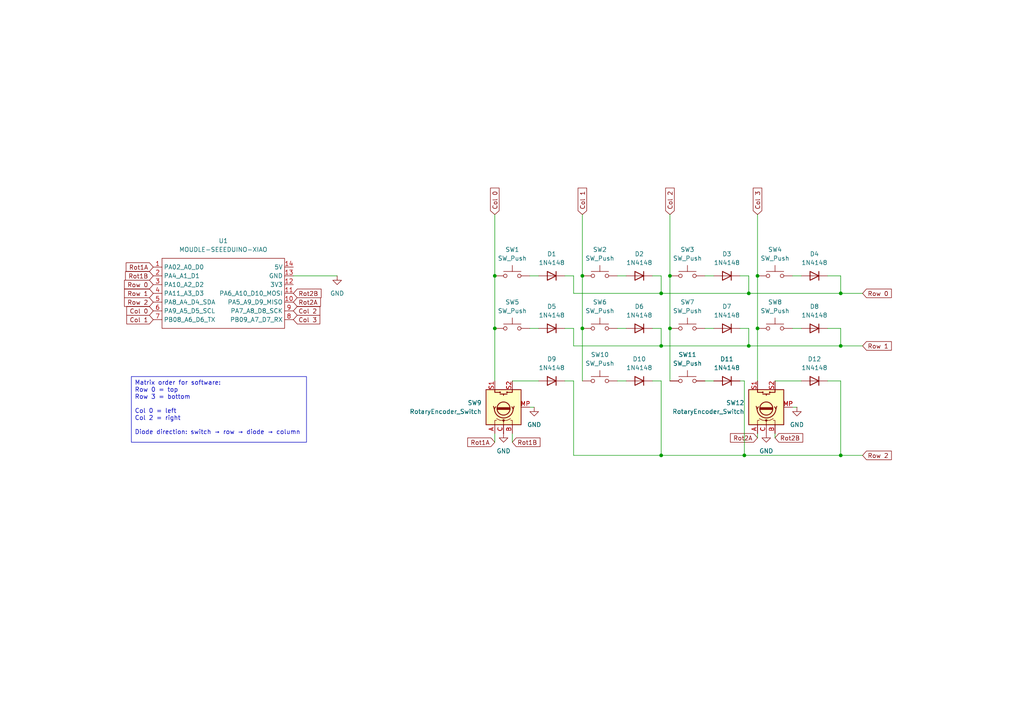
<source format=kicad_sch>
(kicad_sch (version 20250114) (generator "eeschema") (generator_version "9.0")
  (paper "A4")
  (title_block (title "Pivot-12") (date "2026-02-10"))
  (lib_symbols
    (symbol "Device:RotaryEncoder_Switch_MP" (pin_names (offset 0.254) (hide yes))
      (property "Reference" "SW" (at 0 8.89 0))
      (property "Value" "RotaryEncoder_Switch_MP" (at 0 6.35 0))
      (symbol "RotaryEncoder_Switch_MP_0_1"
        (rectangle (start -5.08 5.08) (end 5.08 -5.08) (stroke (width 0.254)) (fill (type background)))
        (polyline (pts (xy -5.08 2.54) (xy -3.81 2.54) (xy -3.81 2.032)))
        (polyline (pts (xy -5.08 0) (xy -3.81 0) (xy -3.81 -1.016) (xy -3.302 -2.032)))
        (polyline (pts (xy -5.08 -2.54) (xy -3.81 -2.54) (xy -3.81 -2.032)))
        (polyline (pts (xy -4.318 0) (xy -3.81 0) (xy -3.81 1.016) (xy -3.302 2.032)))
        (circle (center -3.81 0) (radius 0.254) (fill (type outline)))
        (polyline (pts (xy -0.635 -1.778) (xy -0.635 1.778)) (stroke (width 0.254)))
        (circle (center -0.381 0) (radius 1.905) (stroke (width 0.254)))
        (polyline (pts (xy -0.381 -1.778) (xy -0.381 1.778)) (stroke (width 0.254)))
        (arc (start -0.381 -2.794) (mid -3.0988 -0.0635) (end -0.381 2.667) (stroke (width 0.254)))
        (polyline (pts (xy -0.127 1.778) (xy -0.127 -1.778)) (stroke (width 0.254)))
        (polyline (pts (xy 0.254 2.921) (xy -0.508 2.667) (xy 0.127 2.286)) (stroke (width 0.254)))
        (polyline (pts (xy 0.254 -3.048) (xy -0.508 -2.794) (xy 0.127 -2.413)) (stroke (width 0.254)))
        (polyline (pts (xy 3.81 1.016) (xy 3.81 -1.016)) (stroke (width 0.254)))
        (polyline (pts (xy 3.81 0) (xy 3.429 0)) (stroke (width 0.254)))
        (circle (center 4.318 1.016) (radius 0.127) (stroke (width 0.254)))
        (circle (center 4.318 -1.016) (radius 0.127) (stroke (width 0.254)))
        (polyline (pts (xy 5.08 2.54) (xy 4.318 2.54) (xy 4.318 1.016)) (stroke (width 0.254)))
        (polyline (pts (xy 5.08 -2.54) (xy 4.318 -2.54) (xy 4.318 -1.016)) (stroke (width 0.254)))
      )
      (symbol "RotaryEncoder_Switch_MP_1_1"
        (pin passive line (at -7.62 2.54 0) (length 2.54) (name "A") (number "A"))
        (pin passive line (at -7.62 0 0) (length 2.54) (name "C") (number "C"))
        (pin passive line (at -7.62 -2.54 0) (length 2.54) (name "B") (number "B"))
        (pin passive line (at 0 -7.62 90) (length 2.54) (name "MP") (number "MP"))
        (pin passive line (at 7.62 2.54 180) (length 2.54) (name "S1") (number "S1"))
        (pin passive line (at 7.62 -2.54 180) (length 2.54) (name "S2") (number "S2"))
      )
    )
    (symbol "Diode:1N4148" (pin_numbers (hide yes)) (pin_names (hide yes))
      (property "Reference" "D" (at 0 2.54 0))
      (property "Value" "1N4148" (at 0 -2.54 0))
      (symbol "1N4148_0_1"
        (polyline (pts (xy -1.27 1.27) (xy -1.27 -1.27)) (stroke (width 0.254)))
        (polyline (pts (xy 1.27 1.27) (xy 1.27 -1.27) (xy -1.27 0) (xy 1.27 1.27)) (stroke (width 0.254)))
        (polyline (pts (xy 1.27 0) (xy -1.27 0)))
      )
      (symbol "1N4148_1_1"
        (pin passive line (at -3.81 0 0) (length 2.54) (name "K") (number "1"))
        (pin passive line (at 3.81 0 180) (length 2.54) (name "A") (number "2"))
      )
    )
    (symbol "Switch:SW_Push" (pin_numbers (hide yes)) (pin_names (offset 1.016) (hide yes))
      (property "Reference" "SW" (at 1.27 2.54 0))
      (property "Value" "SW_Push" (at 0 -1.524 0))
      (symbol "SW_Push_0_1"
        (circle (center -2.032 0) (radius 0.508))
        (polyline (pts (xy 0 1.27) (xy 0 3.048)))
        (circle (center 2.032 0) (radius 0.508))
        (polyline (pts (xy 2.54 1.27) (xy -2.54 1.27)))
        (pin passive line (at -5.08 0 0) (length 2.54) (name "1") (number "1"))
        (pin passive line (at 5.08 0 180) (length 2.54) (name "2") (number "2"))
      )
    )
    (symbol "XIAO_RP2040:MOUDLE-SEEEDUINO-XIAO"
      (property "Reference" "U" (at -16.51 11.43 0))
      (property "Value" "MOUDLE-SEEEDUINO-XIAO" (at -3.81 -11.43 0))
      (symbol "MOUDLE-SEEEDUINO-XIAO_0_1"
        (rectangle (start -16.51 10.16) (end 19.05 -10.16))
      )
      (symbol "MOUDLE-SEEEDUINO-XIAO_1_1"
        (pin passive line (at -19.05 7.62 0) (length 2.54) (name "PA02_A0_D0") (number "1"))
        (pin passive line (at -19.05 5.08 0) (length 2.54) (name "PA4_A1_D1") (number "2"))
        (pin passive line (at -19.05 2.54 0) (length 2.54) (name "PA10_A2_D2") (number "3"))
        (pin passive line (at -19.05 0 0) (length 2.54) (name "PA11_A3_D3") (number "4"))
        (pin passive line (at -19.05 -2.54 0) (length 2.54) (name "PA8_A4_D4_SDA") (number "5"))
        (pin passive line (at -19.05 -5.08 0) (length 2.54) (name "PA9_A5_D5_SCL") (number "6"))
        (pin passive line (at -19.05 -7.62 0) (length 2.54) (name "PB08_A6_D6_TX") (number "7"))
        (pin passive line (at 21.59 7.62 180) (length 2.54) (name "5V") (number "14"))
        (pin passive line (at 21.59 5.08 180) (length 2.54) (name "GND") (number "13"))
        (pin passive line (at 21.59 2.54 180) (length 2.54) (name "3V3") (number "12"))
        (pin passive line (at 21.59 0 180) (length 2.54) (name "PA6_A10_D10_MOSI") (number "11"))
        (pin passive line (at 21.59 -2.54 180) (length 2.54) (name "PA5_A9_D9_MISO") (number "10"))
        (pin passive line (at 21.59 -5.08 180) (length 2.54) (name "PA7_A8_D8_SCK") (number "9"))
        (pin passive line (at 21.59 -7.62 180) (length 2.54) (name "PB09_A7_D7_RX") (number "8"))
      )
    )
    (symbol "power:GND" (power) (pin_numbers (hide yes)) (pin_names (offset 0) (hide yes))
      (property "Value" "GND" (at 0 -3.81 0))
      (symbol "GND_0_1"
        (polyline (pts (xy 0 0) (xy 0 -1.27) (xy 1.27 -1.27) (xy 0 -2.54) (xy -1.27 -1.27) (xy 0 -1.27)))
      )
      (symbol "GND_1_1"
        (pin power_in line (at 0 0 270) (length 0) (name "~") (number "1"))
      )
    )
  )
  (text_box "Matrix order for software:\nRow 0 = top\nRow 3 = bottom\n\nCol 0 = left\nCol 2 = right\n\nDiode direction: switch → row → diode → column\n" (at 38.1 109.22 0) (size 50.8 19.05) (margins 0.9525 0.9525 0.9525 0.9525) (effects (font (size 1.27 1.27)) (justify left top)))
  (junction (at 191.77 100.33))
  (junction (at 143.51 95.25))
  (junction (at 219.71 80.01))
  (junction (at 243.84 100.33))
  (junction (at 143.51 80.01))
  (junction (at 217.17 85.09))
  (junction (at 191.77 132.08))
  (junction (at 194.31 80.01))
  (junction (at 217.17 100.33))
  (junction (at 243.84 132.08))
  (junction (at 194.31 95.25))
  (junction (at 168.91 80.01))
  (junction (at 243.84 85.09))
  (junction (at 215.9 132.08))
  (junction (at 191.77 85.09))
  (junction (at 168.91 95.25))
  (junction (at 219.71 95.25))
  (wire (pts (xy 243.84 80.01) (xy 243.84 85.09)))
  (wire (pts (xy 143.51 62.23) (xy 143.51 80.01)))
  (wire (pts (xy 189.23 80.01) (xy 191.77 80.01)))
  (wire (pts (xy 148.59 110.49) (xy 156.21 110.49)))
  (wire (pts (xy 250.19 132.08) (xy 243.84 132.08)))
  (wire (pts (xy 191.77 132.08) (xy 166.37 132.08)))
  (wire (pts (xy 148.59 128.27) (xy 148.59 125.73)))
  (wire (pts (xy 204.47 80.01) (xy 207.01 80.01)))
  (wire (pts (xy 166.37 132.08) (xy 166.37 110.49)))
  (wire (pts (xy 217.17 100.33) (xy 191.77 100.33)))
  (wire (pts (xy 168.91 95.25) (xy 168.91 110.49)))
  (wire (pts (xy 217.17 85.09) (xy 243.84 85.09)))
  (wire (pts (xy 163.83 95.25) (xy 166.37 95.25)))
  (wire (pts (xy 219.71 127) (xy 219.71 125.73)))
  (wire (pts (xy 85.09 80.01) (xy 97.79 80.01)))
  (wire (pts (xy 215.9 110.49) (xy 215.9 132.08)))
  (wire (pts (xy 189.23 110.49) (xy 191.77 110.49)))
  (wire (pts (xy 240.03 110.49) (xy 243.84 110.49)))
  (wire (pts (xy 214.63 80.01) (xy 217.17 80.01)))
  (wire (pts (xy 191.77 100.33) (xy 166.37 100.33)))
  (wire (pts (xy 224.79 127) (xy 224.79 125.73)))
  (wire (pts (xy 179.07 110.49) (xy 181.61 110.49)))
  (wire (pts (xy 219.71 80.01) (xy 219.71 95.25)))
  (wire (pts (xy 191.77 95.25) (xy 191.77 100.33)))
  (wire (pts (xy 143.51 128.27) (xy 143.51 125.73)))
  (wire (pts (xy 240.03 80.01) (xy 243.84 80.01)))
  (wire (pts (xy 154.94 118.11) (xy 153.67 118.11)))
  (wire (pts (xy 243.84 110.49) (xy 243.84 132.08)))
  (wire (pts (xy 243.84 132.08) (xy 215.9 132.08)))
  (wire (pts (xy 163.83 80.01) (xy 166.37 80.01)))
  (wire (pts (xy 163.83 110.49) (xy 166.37 110.49)))
  (wire (pts (xy 219.71 62.23) (xy 219.71 80.01)))
  (wire (pts (xy 143.51 95.25) (xy 143.51 110.49)))
  (wire (pts (xy 231.14 118.11) (xy 229.87 118.11)))
  (wire (pts (xy 219.71 95.25) (xy 219.71 110.49)))
  (wire (pts (xy 214.63 95.25) (xy 217.17 95.25)))
  (wire (pts (xy 191.77 110.49) (xy 191.77 132.08)))
  (wire (pts (xy 204.47 110.49) (xy 207.01 110.49)))
  (wire (pts (xy 143.51 80.01) (xy 143.51 95.25)))
  (wire (pts (xy 243.84 85.09) (xy 250.19 85.09)))
  (wire (pts (xy 153.67 95.25) (xy 156.21 95.25)))
  (wire (pts (xy 204.47 95.25) (xy 207.01 95.25)))
  (wire (pts (xy 194.31 95.25) (xy 194.31 110.49)))
  (wire (pts (xy 191.77 85.09) (xy 217.17 85.09)))
  (wire (pts (xy 194.31 80.01) (xy 194.31 95.25)))
  (wire (pts (xy 229.87 95.25) (xy 232.41 95.25)))
  (wire (pts (xy 168.91 62.23) (xy 168.91 80.01)))
  (wire (pts (xy 153.67 80.01) (xy 156.21 80.01)))
  (wire (pts (xy 179.07 95.25) (xy 181.61 95.25)))
  (wire (pts (xy 217.17 80.01) (xy 217.17 85.09)))
  (wire (pts (xy 166.37 80.01) (xy 166.37 85.09)))
  (wire (pts (xy 240.03 95.25) (xy 243.84 95.25)))
  (wire (pts (xy 168.91 80.01) (xy 168.91 95.25)))
  (wire (pts (xy 243.84 95.25) (xy 243.84 100.33)))
  (wire (pts (xy 243.84 100.33) (xy 217.17 100.33)))
  (wire (pts (xy 191.77 80.01) (xy 191.77 85.09)))
  (wire (pts (xy 217.17 95.25) (xy 217.17 100.33)))
  (wire (pts (xy 224.79 110.49) (xy 232.41 110.49)))
  (wire (pts (xy 214.63 110.49) (xy 215.9 110.49)))
  (wire (pts (xy 179.07 80.01) (xy 181.61 80.01)))
  (wire (pts (xy 215.9 132.08) (xy 191.77 132.08)))
  (wire (pts (xy 229.87 80.01) (xy 232.41 80.01)))
  (wire (pts (xy 166.37 100.33) (xy 166.37 95.25)))
  (wire (pts (xy 166.37 85.09) (xy 191.77 85.09)))
  (wire (pts (xy 194.31 62.23) (xy 194.31 80.01)))
  (wire (pts (xy 250.19 100.33) (xy 243.84 100.33)))
  (wire (pts (xy 189.23 95.25) (xy 191.77 95.25)))
  (global_label "Col 0" (shape input) (at 44.45 90.17 180) (property "Intersheetrefs" "${INTERSHEET_REFS}" (effects (hide yes))))
  (global_label "Col 1" (shape input) (at 168.91 62.23 90) (property "Intersheetrefs" "${INTERSHEET_REFS}" (effects (hide yes))))
  (global_label "Row 2" (shape input) (at 250.19 132.08 0) (property "Intersheetrefs" "${INTERSHEET_REFS}" (effects (hide yes))))
  (global_label "Col 3" (shape input) (at 219.71 62.23 90) (property "Intersheetrefs" "${INTERSHEET_REFS}" (effects (hide yes))))
  (global_label "Col 3" (shape input) (at 85.09 92.71 0) (property "Intersheetrefs" "${INTERSHEET_REFS}" (effects (hide yes))))
  (global_label "Col 1" (shape input) (at 44.45 92.71 180) (property "Intersheetrefs" "${INTERSHEET_REFS}" (effects (hide yes))))
  (global_label "Row 0" (shape input) (at 44.45 82.55 180) (property "Intersheetrefs" "${INTERSHEET_REFS}" (effects (hide yes))))
  (global_label "Rot1A" (shape input) (at 44.45 77.47 180) (property "Intersheetrefs" "${INTERSHEET_REFS}" (effects (hide yes))))
  (global_label "Rot1B" (shape input) (at 44.45 80.01 180) (property "Intersheetrefs" "${INTERSHEET_REFS}" (effects (hide yes))))
  (global_label "Row 1" (shape input) (at 250.19 100.33 0) (property "Intersheetrefs" "${INTERSHEET_REFS}" (effects (hide yes))))
  (global_label "Col 2" (shape input) (at 194.31 62.23 90) (property "Intersheetrefs" "${INTERSHEET_REFS}" (effects (hide yes))))
  (global_label "Row 1" (shape input) (at 44.45 85.09 180) (property "Intersheetrefs" "${INTERSHEET_REFS}" (effects (hide yes))))
  (global_label "Rot1A" (shape input) (at 143.51 128.27 180) (property "Intersheetrefs" "${INTERSHEET_REFS}" (effects (hide yes))))
  (global_label "Rot2B" (shape input) (at 85.09 85.09 0) (property "Intersheetrefs" "${INTERSHEET_REFS}" (effects (hide yes))))
  (global_label "Rot2A" (shape input) (at 219.71 127 180) (property "Intersheetrefs" "${INTERSHEET_REFS}" (effects (hide yes))))
  (global_label "Rot2B" (shape input) (at 224.79 127 0) (property "Intersheetrefs" "${INTERSHEET_REFS}" (effects (hide yes))))
  (global_label "Rot2A" (shape input) (at 85.09 87.63 0) (property "Intersheetrefs" "${INTERSHEET_REFS}" (effects (hide yes))))
  (global_label "Col 2" (shape input) (at 85.09 90.17 0) (property "Intersheetrefs" "${INTERSHEET_REFS}" (effects (hide yes))))
  (global_label "Col 0" (shape input) (at 143.51 62.23 90) (property "Intersheetrefs" "${INTERSHEET_REFS}" (effects (hide yes))))
  (global_label "Row 2" (shape input) (at 44.45 87.63 180) (property "Intersheetrefs" "${INTERSHEET_REFS}" (effects (hide yes))))
  (global_label "Rot1B" (shape input) (at 148.59 128.27 0) (property "Intersheetrefs" "${INTERSHEET_REFS}" (effects (hide yes))))
  (global_label "Row 0" (shape input) (at 250.19 85.09 0) (property "Intersheetrefs" "${INTERSHEET_REFS}" (effects (hide yes))))
  (symbol (lib_id "power:GND") (at 222.25 125.73 0) (unit 1)
    (property "Reference" "#PWR01" (effects (hide yes)))
    (property "Value" "GND" (at 222.25 130.81 0))
    (property "Description" "Power symbol creates a global label with name \"GND\" , ground" (effects (hide yes)))
  )
  (symbol (lib_id "Diode:1N4148") (at 210.82 80.01 0) (mirror y) (unit 1)
    (property "Reference" "D3" (at 210.82 73.66 0))
    (property "Value" "1N4148" (at 210.82 76.2 0))
    (property "Footprint" "Diode_THT:D_DO-35_SOD27_P7.62mm_Horizontal" (effects (hide yes)))
    (property "Datasheet" "https://assets.nexperia.com/documents/data-sheet/1N4148_1N4448.pdf" (effects (hide yes)))
    (property "Description" "100V 0.15A standard switching diode, DO-35" (effects (hide yes)))
    (property "Sim.Device" "D" (effects (hide yes)))
    (property "Sim.Pins" "1=K 2=A" (effects (hide yes)))
  )
  (symbol (lib_id "Diode:1N4148") (at 185.42 95.25 0) (mirror y) (unit 1)
    (property "Reference" "D6" (at 185.42 88.9 0))
    (property "Value" "1N4148" (at 185.42 91.44 0))
    (property "Footprint" "Diode_THT:D_DO-35_SOD27_P7.62mm_Horizontal" (effects (hide yes)))
    (property "Datasheet" "https://assets.nexperia.com/documents/data-sheet/1N4148_1N4448.pdf" (effects (hide yes)))
    (property "Description" "100V 0.15A standard switching diode, DO-35" (effects (hide yes)))
    (property "Sim.Device" "D" (effects (hide yes)))
    (property "Sim.Pins" "1=K 2=A" (effects (hide yes)))
  )
  (symbol (lib_id "Diode:1N4148") (at 236.22 95.25 0) (mirror y) (unit 1)
    (property "Reference" "D8" (at 236.22 88.9 0))
    (property "Value" "1N4148" (at 236.22 91.44 0))
    (property "Footprint" "Diode_THT:D_DO-35_SOD27_P7.62mm_Horizontal" (effects (hide yes)))
    (property "Datasheet" "https://assets.nexperia.com/documents/data-sheet/1N4148_1N4448.pdf" (effects (hide yes)))
    (property "Description" "100V 0.15A standard switching diode, DO-35" (effects (hide yes)))
    (property "Sim.Device" "D" (effects (hide yes)))
    (property "Sim.Pins" "1=K 2=A" (effects (hide yes)))
  )
  (symbol (lib_id "Switch:SW_Push") (at 173.99 110.49 0) (unit 1)
    (property "Reference" "SW10" (at 173.99 102.87 0))
    (property "Value" "SW_Push" (at 173.99 105.41 0))
    (property "Footprint" "HackpadLib:SW_Cherry_MX_1.00u_PCB" (effects (hide yes)))
    (property "Description" "Push button switch, generic, two pins" (effects (hide yes)))
  )
  (symbol (lib_id "Switch:SW_Push") (at 148.59 80.01 0) (unit 1)
    (property "Reference" "SW1" (at 148.59 72.39 0))
    (property "Value" "SW_Push" (at 148.59 74.93 0))
    (property "Footprint" "HackpadLib:SW_Cherry_MX_1.00u_PCB" (effects (hide yes)))
    (property "Description" "Push button switch, generic, two pins" (effects (hide yes)))
  )
  (symbol (lib_id "power:GND") (at 97.79 80.01 0) (unit 1)
    (property "Reference" "#PWR03" (effects (hide yes)))
    (property "Value" "GND" (at 97.79 85.09 0))
    (property "Description" "Power symbol creates a global label with name \"GND\" , ground" (effects (hide yes)))
  )
  (symbol (lib_id "power:GND") (at 231.14 118.11 0) (unit 1)
    (property "Reference" "#PWR05" (effects (hide yes)))
    (property "Value" "GND" (at 231.14 123.19 0))
    (property "Description" "Power symbol creates a global label with name \"GND\" , ground" (effects (hide yes)))
  )
  (symbol (lib_id "Switch:SW_Push") (at 224.79 80.01 0) (unit 1)
    (property "Reference" "SW4" (at 224.79 72.39 0))
    (property "Value" "SW_Push" (at 224.79 74.93 0))
    (property "Footprint" "HackpadLib:SW_Cherry_MX_1.00u_PCB" (effects (hide yes)))
    (property "Description" "Push button switch, generic, two pins" (effects (hide yes)))
  )
  (symbol (lib_id "Diode:1N4148") (at 160.02 110.49 0) (mirror y) (unit 1)
    (property "Reference" "D9" (at 160.02 104.14 0))
    (property "Value" "1N4148" (at 160.02 106.68 0))
    (property "Footprint" "Diode_THT:D_DO-35_SOD27_P7.62mm_Horizontal" (effects (hide yes)))
    (property "Datasheet" "https://assets.nexperia.com/documents/data-sheet/1N4148_1N4448.pdf" (effects (hide yes)))
    (property "Description" "100V 0.15A standard switching diode, DO-35" (effects (hide yes)))
    (property "Sim.Device" "D" (effects (hide yes)))
    (property "Sim.Pins" "1=K 2=A" (effects (hide yes)))
  )
  (symbol (lib_id "Switch:SW_Push") (at 224.79 95.25 0) (unit 1)
    (property "Reference" "SW8" (at 224.79 87.63 0))
    (property "Value" "SW_Push" (at 224.79 90.17 0))
    (property "Footprint" "HackpadLib:SW_Cherry_MX_1.00u_PCB" (effects (hide yes)))
    (property "Description" "Push button switch, generic, two pins" (effects (hide yes)))
  )
  (symbol (lib_id "Switch:SW_Push") (at 199.39 110.49 0) (unit 1)
    (property "Reference" "SW11" (at 199.39 102.87 0))
    (property "Value" "SW_Push" (at 199.39 105.41 0))
    (property "Footprint" "HackpadLib:SW_Cherry_MX_1.00u_PCB" (effects (hide yes)))
    (property "Description" "Push button switch, generic, two pins" (effects (hide yes)))
  )
  (symbol (lib_id "Diode:1N4148") (at 236.22 80.01 0) (mirror y) (unit 1)
    (property "Reference" "D4" (at 236.22 73.66 0))
    (property "Value" "1N4148" (at 236.22 76.2 0))
    (property "Footprint" "Diode_THT:D_DO-35_SOD27_P7.62mm_Horizontal" (effects (hide yes)))
    (property "Datasheet" "https://assets.nexperia.com/documents/data-sheet/1N4148_1N4448.pdf" (effects (hide yes)))
    (property "Description" "100V 0.15A standard switching diode, DO-35" (effects (hide yes)))
    (property "Sim.Device" "D" (effects (hide yes)))
    (property "Sim.Pins" "1=K 2=A" (effects (hide yes)))
  )
  (symbol (lib_id "Diode:1N4148") (at 210.82 110.49 0) (mirror y) (unit 1)
    (property "Reference" "D11" (at 210.82 104.14 0))
    (property "Value" "1N4148" (at 210.82 106.68 0))
    (property "Footprint" "Diode_THT:D_DO-35_SOD27_P7.62mm_Horizontal" (effects (hide yes)))
    (property "Datasheet" "https://assets.nexperia.com/documents/data-sheet/1N4148_1N4448.pdf" (effects (hide yes)))
    (property "Description" "100V 0.15A standard switching diode, DO-35" (effects (hide yes)))
    (property "Sim.Device" "D" (effects (hide yes)))
    (property "Sim.Pins" "1=K 2=A" (effects (hide yes)))
  )
  (symbol (lib_id "power:GND") (at 154.94 118.11 0) (unit 1)
    (property "Reference" "#PWR04" (effects (hide yes)))
    (property "Value" "GND" (at 154.94 123.19 0))
    (property "Description" "Power symbol creates a global label with name \"GND\" , ground" (effects (hide yes)))
  )
  (symbol (lib_id "Switch:SW_Push") (at 199.39 95.25 0) (unit 1)
    (property "Reference" "SW7" (at 199.39 87.63 0))
    (property "Value" "SW_Push" (at 199.39 90.17 0))
    (property "Footprint" "HackpadLib:SW_Cherry_MX_1.00u_PCB" (effects (hide yes)))
    (property "Description" "Push button switch, generic, two pins" (effects (hide yes)))
  )
  (symbol (lib_id "Device:RotaryEncoder_Switch_MP") (at 146.05 118.11 90) (unit 1)
    (property "Reference" "SW9" (at 139.7 116.8399 90) (effects (justify left)))
    (property "Value" "RotaryEncoder_Switch" (at 139.7 119.3799 90) (effects (justify left)))
    (property "Footprint" "HackpadLib:RotaryEncoder_Alps_EC11E-Switch_Vertical_H20mm" (effects (hide yes)))
    (property "Description" "Rotary encoder, dual channel, incremental quadrate outputs, with switch and MP Pin" (effects (hide yes)))
  )
  (symbol (lib_id "Diode:1N4148") (at 160.02 95.25 0) (mirror y) (unit 1)
    (property "Reference" "D5" (at 160.02 88.9 0))
    (property "Value" "1N4148" (at 160.02 91.44 0))
    (property "Footprint" "Diode_THT:D_DO-35_SOD27_P7.62mm_Horizontal" (effects (hide yes)))
    (property "Datasheet" "https://assets.nexperia.com/documents/data-sheet/1N4148_1N4448.pdf" (effects (hide yes)))
    (property "Description" "100V 0.15A standard switching diode, DO-35" (effects (hide yes)))
    (property "Sim.Device" "D" (effects (hide yes)))
    (property "Sim.Pins" "1=K 2=A" (effects (hide yes)))
  )
  (symbol (lib_id "Switch:SW_Push") (at 173.99 95.25 0) (unit 1)
    (property "Reference" "SW6" (at 173.99 87.63 0))
    (property "Value" "SW_Push" (at 173.99 90.17 0))
    (property "Footprint" "HackpadLib:SW_Cherry_MX_1.00u_PCB" (effects (hide yes)))
    (property "Description" "Push button switch, generic, two pins" (effects (hide yes)))
  )
  (symbol (lib_id "Diode:1N4148") (at 185.42 80.01 0) (mirror y) (unit 1)
    (property "Reference" "D2" (at 185.42 73.66 0))
    (property "Value" "1N4148" (at 185.42 76.2 0))
    (property "Footprint" "Diode_THT:D_DO-35_SOD27_P7.62mm_Horizontal" (effects (hide yes)))
    (property "Datasheet" "https://assets.nexperia.com/documents/data-sheet/1N4148_1N4448.pdf" (effects (hide yes)))
    (property "Description" "100V 0.15A standard switching diode, DO-35" (effects (hide yes)))
    (property "Sim.Device" "D" (effects (hide yes)))
    (property "Sim.Pins" "1=K 2=A" (effects (hide yes)))
  )
  (symbol (lib_id "Switch:SW_Push") (at 148.59 95.25 0) (unit 1)
    (property "Reference" "SW5" (at 148.59 87.63 0))
    (property "Value" "SW_Push" (at 148.59 90.17 0))
    (property "Footprint" "HackpadLib:SW_Cherry_MX_1.00u_PCB" (effects (hide yes)))
    (property "Description" "Push button switch, generic, two pins" (effects (hide yes)))
  )
  (symbol (lib_id "Diode:1N4148") (at 210.82 95.25 0) (mirror y) (unit 1)
    (property "Reference" "D7" (at 210.82 88.9 0))
    (property "Value" "1N4148" (at 210.82 91.44 0))
    (property "Footprint" "Diode_THT:D_DO-35_SOD27_P7.62mm_Horizontal" (effects (hide yes)))
    (property "Datasheet" "https://assets.nexperia.com/documents/data-sheet/1N4148_1N4448.pdf" (effects (hide yes)))
    (property "Description" "100V 0.15A standard switching diode, DO-35" (effects (hide yes)))
    (property "Sim.Device" "D" (effects (hide yes)))
    (property "Sim.Pins" "1=K 2=A" (effects (hide yes)))
  )
  (symbol (lib_id "Switch:SW_Push") (at 173.99 80.01 0) (unit 1)
    (property "Reference" "SW2" (at 173.99 72.39 0))
    (property "Value" "SW_Push" (at 173.99 74.93 0))
    (property "Footprint" "HackpadLib:SW_Cherry_MX_1.00u_PCB" (effects (hide yes)))
    (property "Description" "Push button switch, generic, two pins" (effects (hide yes)))
  )
  (symbol (lib_id "Diode:1N4148") (at 236.22 110.49 0) (mirror y) (unit 1)
    (property "Reference" "D12" (at 236.22 104.14 0))
    (property "Value" "1N4148" (at 236.22 106.68 0))
    (property "Footprint" "Diode_THT:D_DO-35_SOD27_P7.62mm_Horizontal" (effects (hide yes)))
    (property "Datasheet" "https://assets.nexperia.com/documents/data-sheet/1N4148_1N4448.pdf" (effects (hide yes)))
    (property "Description" "100V 0.15A standard switching diode, DO-35" (effects (hide yes)))
    (property "Sim.Device" "D" (effects (hide yes)))
    (property "Sim.Pins" "1=K 2=A" (effects (hide yes)))
  )
  (symbol (lib_id "XIAO_RP2040:MOUDLE-SEEEDUINO-XIAO") (at 63.5 85.09 0) (unit 1)
    (property "Reference" "U1" (at 64.77 69.85 0))
    (property "Value" "MOUDLE-SEEEDUINO-XIAO" (at 64.77 72.39 0))
    (property "Footprint" "HackpadLib:XIAO-Generic-Hybrid-14P-2.54-21X17.8MM" (effects (hide yes)))
  )
  (symbol (lib_id "power:GND") (at 146.05 125.73 0) (unit 1)
    (property "Reference" "#PWR02" (effects (hide yes)))
    (property "Value" "GND" (at 146.05 130.81 0))
    (property "Description" "Power symbol creates a global label with name \"GND\" , ground" (effects (hide yes)))
  )
  (symbol (lib_id "Device:RotaryEncoder_Switch_MP") (at 222.25 118.11 90) (unit 1)
    (property "Reference" "SW12" (at 215.9 116.8399 90) (effects (justify left)))
    (property "Value" "RotaryEncoder_Switch" (at 215.9 119.3799 90) (effects (justify left)))
    (property "Footprint" "HackpadLib:RotaryEncoder_Alps_EC11E-Switch_Vertical_H20mm" (effects (hide yes)))
    (property "Description" "Rotary encoder, dual channel, incremental quadrate outputs, with switch and MP Pin" (effects (hide yes)))
  )
  (symbol (lib_id "Diode:1N4148") (at 185.42 110.49 0) (mirror y) (unit 1)
    (property "Reference" "D10" (at 185.42 104.14 0))
    (property "Value" "1N4148" (at 185.42 106.68 0))
    (property "Footprint" "Diode_THT:D_DO-35_SOD27_P7.62mm_Horizontal" (effects (hide yes)))
    (property "Datasheet" "https://assets.nexperia.com/documents/data-sheet/1N4148_1N4448.pdf" (effects (hide yes)))
    (property "Description" "100V 0.15A standard switching diode, DO-35" (effects (hide yes)))
    (property "Sim.Device" "D" (effects (hide yes)))
    (property "Sim.Pins" "1=K 2=A" (effects (hide yes)))
  )
  (symbol (lib_id "Diode:1N4148") (at 160.02 80.01 0) (mirror y) (unit 1)
    (property "Reference" "D1" (at 160.02 73.66 0))
    (property "Value" "1N4148" (at 160.02 76.2 0))
    (property "Footprint" "Diode_THT:D_DO-35_SOD27_P7.62mm_Horizontal" (effects (hide yes)))
    (property "Datasheet" "https://assets.nexperia.com/documents/data-sheet/1N4148_1N4448.pdf" (effects (hide yes)))
    (property "Description" "100V 0.15A standard switching diode, DO-35" (effects (hide yes)))
    (property "Sim.Device" "D" (effects (hide yes)))
    (property "Sim.Pins" "1=K 2=A" (effects (hide yes)))
  )
  (symbol (lib_id "Switch:SW_Push") (at 199.39 80.01 0) (unit 1)
    (property "Reference" "SW3" (at 199.39 72.39 0))
    (property "Value" "SW_Push" (at 199.39 74.93 0))
    (property "Footprint" "HackpadLib:SW_Cherry_MX_1.00u_PCB" (effects (hide yes)))
    (property "Description" "Push button switch, generic, two pins" (effects (hide yes)))
  )
)
</source>
